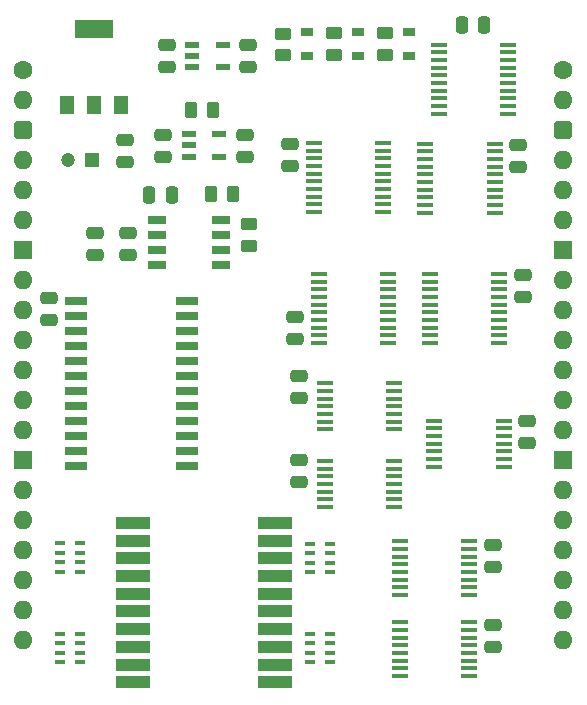
<source format=gts>
%TF.GenerationSoftware,KiCad,Pcbnew,7.0.5*%
%TF.CreationDate,2024-05-16T21:57:11+02:00*%
%TF.ProjectId,Hex LCD Device,48657820-4c43-4442-9044-65766963652e,V1*%
%TF.SameCoordinates,PX54c81a0PY37b6b20*%
%TF.FileFunction,Soldermask,Top*%
%TF.FilePolarity,Negative*%
%FSLAX46Y46*%
G04 Gerber Fmt 4.6, Leading zero omitted, Abs format (unit mm)*
G04 Created by KiCad (PCBNEW 7.0.5) date 2024-05-16 21:57:11*
%MOMM*%
%LPD*%
G01*
G04 APERTURE LIST*
G04 Aperture macros list*
%AMRoundRect*
0 Rectangle with rounded corners*
0 $1 Rounding radius*
0 $2 $3 $4 $5 $6 $7 $8 $9 X,Y pos of 4 corners*
0 Add a 4 corners polygon primitive as box body*
4,1,4,$2,$3,$4,$5,$6,$7,$8,$9,$2,$3,0*
0 Add four circle primitives for the rounded corners*
1,1,$1+$1,$2,$3*
1,1,$1+$1,$4,$5*
1,1,$1+$1,$6,$7*
1,1,$1+$1,$8,$9*
0 Add four rect primitives between the rounded corners*
20,1,$1+$1,$2,$3,$4,$5,0*
20,1,$1+$1,$4,$5,$6,$7,0*
20,1,$1+$1,$6,$7,$8,$9,0*
20,1,$1+$1,$8,$9,$2,$3,0*%
G04 Aperture macros list end*
%ADD10R,3.000000X1.000000*%
%ADD11RoundRect,0.250000X-0.475000X0.250000X-0.475000X-0.250000X0.475000X-0.250000X0.475000X0.250000X0*%
%ADD12RoundRect,0.250000X0.250000X0.475000X-0.250000X0.475000X-0.250000X-0.475000X0.250000X-0.475000X0*%
%ADD13R,1.450000X0.450000*%
%ADD14RoundRect,0.250000X0.450000X-0.262500X0.450000X0.262500X-0.450000X0.262500X-0.450000X-0.262500X0*%
%ADD15R,1.475000X0.450000*%
%ADD16RoundRect,0.250000X0.475000X-0.250000X0.475000X0.250000X-0.475000X0.250000X-0.475000X-0.250000X0*%
%ADD17C,1.600000*%
%ADD18O,1.600000X1.600000*%
%ADD19RoundRect,0.400000X-0.400000X-0.400000X0.400000X-0.400000X0.400000X0.400000X-0.400000X0.400000X0*%
%ADD20R,1.600000X1.600000*%
%ADD21R,1.200000X1.500000*%
%ADD22R,3.300000X1.500000*%
%ADD23R,0.900000X0.450000*%
%ADD24R,1.000000X0.800000*%
%ADD25R,1.550000X0.650000*%
%ADD26R,1.150000X0.600000*%
%ADD27R,1.925000X0.650000*%
%ADD28RoundRect,0.250000X0.262500X0.450000X-0.262500X0.450000X-0.262500X-0.450000X0.262500X-0.450000X0*%
%ADD29RoundRect,0.250000X-0.262500X-0.450000X0.262500X-0.450000X0.262500X0.450000X-0.262500X0.450000X0*%
%ADD30R,1.200000X1.200000*%
%ADD31C,1.200000*%
G04 APERTURE END LIST*
D10*
%TO.C,DS2*%
X9299900Y-38335000D03*
X9299900Y-39835000D03*
X9299900Y-41335000D03*
X9299900Y-42835000D03*
X9299900Y-44335000D03*
X9299900Y-45835000D03*
X9299900Y-47335000D03*
X9299900Y-48835000D03*
X9299900Y-50335000D03*
X9299900Y-51835000D03*
X21299900Y-51835000D03*
X21299900Y-50335000D03*
X21299900Y-48835000D03*
X21299900Y-47335000D03*
X21299900Y-45835000D03*
X21299900Y-44335000D03*
X21299900Y-42835000D03*
X21299900Y-41335000D03*
X21299900Y-39835000D03*
X21299900Y-38335000D03*
%TD*%
D11*
%TO.C,C18*%
X42647000Y-29717000D03*
X42647000Y-31617000D03*
%TD*%
D12*
%TO.C,C3*%
X12560000Y-10541000D03*
X10660000Y-10541000D03*
%TD*%
D13*
%TO.C,IC15*%
X31873000Y-46747000D03*
X31873000Y-47397000D03*
X31873000Y-48047000D03*
X31873000Y-48697000D03*
X31873000Y-49347000D03*
X31873000Y-49997000D03*
X31873000Y-50647000D03*
X31873000Y-51297000D03*
X37723000Y-51297000D03*
X37723000Y-50647000D03*
X37723000Y-49997000D03*
X37723000Y-49347000D03*
X37723000Y-48697000D03*
X37723000Y-48047000D03*
X37723000Y-47397000D03*
X37723000Y-46747000D03*
%TD*%
D14*
%TO.C,R2*%
X19109000Y-14882500D03*
X19109000Y-13057500D03*
%TD*%
%TO.C,R5*%
X21971000Y1270000D03*
X21971000Y3095000D03*
%TD*%
D15*
%TO.C,IC13*%
X34019000Y-6219000D03*
X34019000Y-6869000D03*
X34019000Y-7519000D03*
X34019000Y-8169000D03*
X34019000Y-8819000D03*
X34019000Y-9469000D03*
X34019000Y-10119000D03*
X34019000Y-10769000D03*
X34019000Y-11419000D03*
X34019000Y-12069000D03*
X39895000Y-12069000D03*
X39895000Y-11419000D03*
X39895000Y-10769000D03*
X39895000Y-10119000D03*
X39895000Y-9469000D03*
X39895000Y-8819000D03*
X39895000Y-8169000D03*
X39895000Y-7519000D03*
X39895000Y-6869000D03*
X39895000Y-6219000D03*
%TD*%
D16*
%TO.C,C14*%
X8622000Y-7792000D03*
X8622000Y-5892000D03*
%TD*%
%TO.C,C8*%
X12133000Y247000D03*
X12133000Y2147000D03*
%TD*%
%TO.C,C4*%
X8832000Y-15666000D03*
X8832000Y-13766000D03*
%TD*%
D11*
%TO.C,C1*%
X2185000Y-19259000D03*
X2185000Y-21159000D03*
%TD*%
D15*
%TO.C,IC4*%
X24985000Y-17264000D03*
X24985000Y-17914000D03*
X24985000Y-18564000D03*
X24985000Y-19214000D03*
X24985000Y-19864000D03*
X24985000Y-20514000D03*
X24985000Y-21164000D03*
X24985000Y-21814000D03*
X24985000Y-22464000D03*
X24985000Y-23114000D03*
X30861000Y-23114000D03*
X30861000Y-22464000D03*
X30861000Y-21814000D03*
X30861000Y-21164000D03*
X30861000Y-20514000D03*
X30861000Y-19864000D03*
X30861000Y-19214000D03*
X30861000Y-18564000D03*
X30861000Y-17914000D03*
X30861000Y-17264000D03*
%TD*%
D17*
%TO.C,J1*%
X0Y0D03*
D18*
X0Y-2540000D03*
D19*
X0Y-5080000D03*
D18*
X0Y-7620000D03*
X0Y-10160000D03*
X0Y-12700000D03*
D20*
X0Y-15240000D03*
D18*
X0Y-17780000D03*
X0Y-20320000D03*
X0Y-22860000D03*
X0Y-25400000D03*
X0Y-27940000D03*
X0Y-30480000D03*
D20*
X0Y-33020000D03*
D18*
X0Y-35560000D03*
X0Y-38100000D03*
X0Y-40640000D03*
X0Y-43180000D03*
X0Y-45720000D03*
X0Y-48260000D03*
%TD*%
D11*
%TO.C,C7*%
X42291000Y-17354000D03*
X42291000Y-19254000D03*
%TD*%
D21*
%TO.C,IC10*%
X3655000Y-2921000D03*
X5955000Y-2921000D03*
X8255000Y-2921000D03*
D22*
X5955000Y3479000D03*
%TD*%
D23*
%TO.C,RN4*%
X25928900Y-50114200D03*
X25928900Y-49314200D03*
X25928900Y-48514200D03*
X25928900Y-47714200D03*
X24228900Y-47714200D03*
X24228900Y-48514200D03*
X24228900Y-49314200D03*
X24228900Y-50114200D03*
%TD*%
D16*
%TO.C,C2*%
X6038000Y-15666000D03*
X6038000Y-13766000D03*
%TD*%
D23*
%TO.C,RN3*%
X4807900Y-50114200D03*
X4807900Y-49314200D03*
X4807900Y-48514200D03*
X4807900Y-47714200D03*
X3107900Y-47714200D03*
X3107900Y-48514200D03*
X3107900Y-49314200D03*
X3107900Y-50114200D03*
%TD*%
D15*
%TO.C,IC14*%
X34400000Y-17268000D03*
X34400000Y-17918000D03*
X34400000Y-18568000D03*
X34400000Y-19218000D03*
X34400000Y-19868000D03*
X34400000Y-20518000D03*
X34400000Y-21168000D03*
X34400000Y-21818000D03*
X34400000Y-22468000D03*
X34400000Y-23118000D03*
X40276000Y-23118000D03*
X40276000Y-22468000D03*
X40276000Y-21818000D03*
X40276000Y-21168000D03*
X40276000Y-20518000D03*
X40276000Y-19868000D03*
X40276000Y-19218000D03*
X40276000Y-18568000D03*
X40276000Y-17918000D03*
X40276000Y-17268000D03*
%TD*%
D24*
%TO.C,LED1*%
X32639000Y1206000D03*
X32639000Y3206000D03*
%TD*%
D16*
%TO.C,C11*%
X18796000Y-7366000D03*
X18796000Y-5466000D03*
%TD*%
D11*
%TO.C,C10*%
X22606000Y-6228000D03*
X22606000Y-8128000D03*
%TD*%
D15*
%TO.C,IC12*%
X25493000Y-26513000D03*
X25493000Y-27163000D03*
X25493000Y-27813000D03*
X25493000Y-28463000D03*
X25493000Y-29113000D03*
X25493000Y-29763000D03*
X25493000Y-30413000D03*
X31369000Y-30413000D03*
X31369000Y-29763000D03*
X31369000Y-29113000D03*
X31369000Y-28463000D03*
X31369000Y-27813000D03*
X31369000Y-27163000D03*
X31369000Y-26513000D03*
%TD*%
D14*
%TO.C,R4*%
X30597000Y1293500D03*
X30597000Y3118500D03*
%TD*%
D11*
%TO.C,C20*%
X23368000Y-25863000D03*
X23368000Y-27763000D03*
%TD*%
D12*
%TO.C,C5*%
X39034000Y3810000D03*
X37134000Y3810000D03*
%TD*%
D25*
%TO.C,IC8*%
X11314000Y-12700000D03*
X11314000Y-13970000D03*
X11314000Y-15240000D03*
X11314000Y-16510000D03*
X16764000Y-16510000D03*
X16764000Y-15240000D03*
X16764000Y-13970000D03*
X16764000Y-12700000D03*
%TD*%
D15*
%TO.C,IC2*%
X24604000Y-6168000D03*
X24604000Y-6818000D03*
X24604000Y-7468000D03*
X24604000Y-8118000D03*
X24604000Y-8768000D03*
X24604000Y-9418000D03*
X24604000Y-10068000D03*
X24604000Y-10718000D03*
X24604000Y-11368000D03*
X24604000Y-12018000D03*
X30480000Y-12018000D03*
X30480000Y-11368000D03*
X30480000Y-10718000D03*
X30480000Y-10068000D03*
X30480000Y-9418000D03*
X30480000Y-8768000D03*
X30480000Y-8118000D03*
X30480000Y-7468000D03*
X30480000Y-6818000D03*
X30480000Y-6168000D03*
%TD*%
D13*
%TO.C,IC3*%
X31873000Y-39889000D03*
X31873000Y-40539000D03*
X31873000Y-41189000D03*
X31873000Y-41839000D03*
X31873000Y-42489000D03*
X31873000Y-43139000D03*
X31873000Y-43789000D03*
X31873000Y-44439000D03*
X37723000Y-44439000D03*
X37723000Y-43789000D03*
X37723000Y-43139000D03*
X37723000Y-42489000D03*
X37723000Y-41839000D03*
X37723000Y-41189000D03*
X37723000Y-40539000D03*
X37723000Y-39889000D03*
%TD*%
D24*
%TO.C,LED2*%
X24003000Y1206000D03*
X24003000Y3206000D03*
%TD*%
D23*
%TO.C,RN1*%
X3107900Y-40055800D03*
X3107900Y-40855800D03*
X3107900Y-41655800D03*
X3107900Y-42455800D03*
X4807900Y-42455800D03*
X4807900Y-41655800D03*
X4807900Y-40855800D03*
X4807900Y-40055800D03*
%TD*%
D15*
%TO.C,IC11*%
X25510000Y-33102000D03*
X25510000Y-33752000D03*
X25510000Y-34402000D03*
X25510000Y-35052000D03*
X25510000Y-35702000D03*
X25510000Y-36352000D03*
X25510000Y-37002000D03*
X31386000Y-37002000D03*
X31386000Y-36352000D03*
X31386000Y-35702000D03*
X31386000Y-35052000D03*
X31386000Y-34402000D03*
X31386000Y-33752000D03*
X31386000Y-33102000D03*
%TD*%
D26*
%TO.C,IC9*%
X13978000Y-5428000D03*
X13978000Y-6378000D03*
X13978000Y-7328000D03*
X16578000Y-7328000D03*
X16578000Y-5428000D03*
%TD*%
D27*
%TO.C,IC6*%
X4445000Y-19558000D03*
X4445000Y-20828000D03*
X4445000Y-22098000D03*
X4445000Y-23368000D03*
X4445000Y-24638000D03*
X4445000Y-25908000D03*
X4445000Y-27178000D03*
X4445000Y-28448000D03*
X4445000Y-29718000D03*
X4445000Y-30988000D03*
X4445000Y-32258000D03*
X4445000Y-33528000D03*
X13869000Y-33528000D03*
X13869000Y-32258000D03*
X13869000Y-30988000D03*
X13869000Y-29718000D03*
X13869000Y-28448000D03*
X13869000Y-27178000D03*
X13869000Y-25908000D03*
X13869000Y-24638000D03*
X13869000Y-23368000D03*
X13869000Y-22098000D03*
X13869000Y-20828000D03*
X13869000Y-19558000D03*
%TD*%
D11*
%TO.C,C17*%
X39751000Y-40214000D03*
X39751000Y-42114000D03*
%TD*%
%TO.C,C19*%
X23368000Y-32975000D03*
X23368000Y-34875000D03*
%TD*%
D28*
%TO.C,R3*%
X16025500Y-3394000D03*
X14200500Y-3394000D03*
%TD*%
D16*
%TO.C,C12*%
X11811000Y-7366000D03*
X11811000Y-5466000D03*
%TD*%
D29*
%TO.C,R1*%
X15920500Y-10531000D03*
X17745500Y-10531000D03*
%TD*%
D15*
%TO.C,IC7*%
X34781000Y-29673000D03*
X34781000Y-30323000D03*
X34781000Y-30973000D03*
X34781000Y-31623000D03*
X34781000Y-32273000D03*
X34781000Y-32923000D03*
X34781000Y-33573000D03*
X40657000Y-33573000D03*
X40657000Y-32923000D03*
X40657000Y-32273000D03*
X40657000Y-31623000D03*
X40657000Y-30973000D03*
X40657000Y-30323000D03*
X40657000Y-29673000D03*
%TD*%
D16*
%TO.C,C9*%
X18991000Y247000D03*
X18991000Y2147000D03*
%TD*%
D11*
%TO.C,C6*%
X41910000Y-6305000D03*
X41910000Y-8205000D03*
%TD*%
D15*
%TO.C,IC1*%
X35162000Y2163000D03*
X35162000Y1513000D03*
X35162000Y863000D03*
X35162000Y213000D03*
X35162000Y-437000D03*
X35162000Y-1087000D03*
X35162000Y-1737000D03*
X35162000Y-2387000D03*
X35162000Y-3037000D03*
X35162000Y-3687000D03*
X41038000Y-3687000D03*
X41038000Y-3037000D03*
X41038000Y-2387000D03*
X41038000Y-1737000D03*
X41038000Y-1087000D03*
X41038000Y-437000D03*
X41038000Y213000D03*
X41038000Y863000D03*
X41038000Y1513000D03*
X41038000Y2163000D03*
%TD*%
D26*
%TO.C,IC5*%
X14262000Y2131000D03*
X14262000Y1181000D03*
X14262000Y231000D03*
X16862000Y231000D03*
X16862000Y2131000D03*
%TD*%
D17*
%TO.C,J2*%
X45720000Y0D03*
D18*
X45720000Y-2540000D03*
D19*
X45720000Y-5080000D03*
D18*
X45720000Y-7620000D03*
X45720000Y-10160000D03*
X45720000Y-12700000D03*
D20*
X45720000Y-15240000D03*
D18*
X45720000Y-17780000D03*
X45720000Y-20320000D03*
X45720000Y-22860000D03*
X45720000Y-25400000D03*
X45720000Y-27940000D03*
X45720000Y-30480000D03*
D20*
X45720000Y-33020000D03*
D18*
X45720000Y-35560000D03*
X45720000Y-38100000D03*
X45720000Y-40640000D03*
X45720000Y-43180000D03*
X45720000Y-45720000D03*
X45720000Y-48260000D03*
%TD*%
D11*
%TO.C,C15*%
X22987000Y-20910000D03*
X22987000Y-22810000D03*
%TD*%
D23*
%TO.C,RN2*%
X25928900Y-42494200D03*
X25928900Y-41694200D03*
X25928900Y-40894200D03*
X25928900Y-40094200D03*
X24228900Y-40094200D03*
X24228900Y-40894200D03*
X24228900Y-41694200D03*
X24228900Y-42494200D03*
%TD*%
D30*
%TO.C,C13*%
X5784600Y-7595000D03*
D31*
X3784600Y-7595000D03*
%TD*%
D24*
%TO.C,LED3*%
X28321000Y1206000D03*
X28321000Y3206000D03*
%TD*%
D14*
%TO.C,R6*%
X26279000Y1293500D03*
X26279000Y3118500D03*
%TD*%
D11*
%TO.C,C16*%
X39751000Y-46945000D03*
X39751000Y-48845000D03*
%TD*%
M02*

</source>
